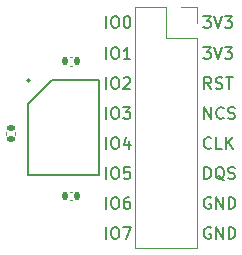
<source format=gbr>
%TF.GenerationSoftware,KiCad,Pcbnew,7.0.1-0*%
%TF.CreationDate,2023-05-08T09:26:49+02:00*%
%TF.ProjectId,KLST_SOIL,4b4c5354-5f53-44f4-994c-2e6b69636164,rev?*%
%TF.SameCoordinates,Original*%
%TF.FileFunction,Legend,Top*%
%TF.FilePolarity,Positive*%
%FSLAX46Y46*%
G04 Gerber Fmt 4.6, Leading zero omitted, Abs format (unit mm)*
G04 Created by KiCad (PCBNEW 7.0.1-0) date 2023-05-08 09:26:49*
%MOMM*%
%LPD*%
G01*
G04 APERTURE LIST*
G04 Aperture macros list*
%AMRoundRect*
0 Rectangle with rounded corners*
0 $1 Rounding radius*
0 $2 $3 $4 $5 $6 $7 $8 $9 X,Y pos of 4 corners*
0 Add a 4 corners polygon primitive as box body*
4,1,4,$2,$3,$4,$5,$6,$7,$8,$9,$2,$3,0*
0 Add four circle primitives for the rounded corners*
1,1,$1+$1,$2,$3*
1,1,$1+$1,$4,$5*
1,1,$1+$1,$6,$7*
1,1,$1+$1,$8,$9*
0 Add four rect primitives between the rounded corners*
20,1,$1+$1,$2,$3,$4,$5,0*
20,1,$1+$1,$4,$5,$6,$7,0*
20,1,$1+$1,$6,$7,$8,$9,0*
20,1,$1+$1,$8,$9,$2,$3,0*%
G04 Aperture macros list end*
%ADD10C,0.150000*%
%ADD11C,0.120000*%
%ADD12C,0.200000*%
%ADD13RoundRect,0.140000X0.140000X0.170000X-0.140000X0.170000X-0.140000X-0.170000X0.140000X-0.170000X0*%
%ADD14RoundRect,0.140000X-0.140000X-0.170000X0.140000X-0.170000X0.140000X0.170000X-0.140000X0.170000X0*%
%ADD15R,1.700000X1.700000*%
%ADD16O,1.700000X1.700000*%
%ADD17RoundRect,0.140000X0.170000X-0.140000X0.170000X0.140000X-0.170000X0.140000X-0.170000X-0.140000X0*%
%ADD18C,0.370000*%
G04 APERTURE END LIST*
D10*
X144002095Y-104348619D02*
X144002095Y-103348619D01*
X144002095Y-103348619D02*
X144240190Y-103348619D01*
X144240190Y-103348619D02*
X144383047Y-103396238D01*
X144383047Y-103396238D02*
X144478285Y-103491476D01*
X144478285Y-103491476D02*
X144525904Y-103586714D01*
X144525904Y-103586714D02*
X144573523Y-103777190D01*
X144573523Y-103777190D02*
X144573523Y-103920047D01*
X144573523Y-103920047D02*
X144525904Y-104110523D01*
X144525904Y-104110523D02*
X144478285Y-104205761D01*
X144478285Y-104205761D02*
X144383047Y-104301000D01*
X144383047Y-104301000D02*
X144240190Y-104348619D01*
X144240190Y-104348619D02*
X144002095Y-104348619D01*
X145668761Y-104443857D02*
X145573523Y-104396238D01*
X145573523Y-104396238D02*
X145478285Y-104301000D01*
X145478285Y-104301000D02*
X145335428Y-104158142D01*
X145335428Y-104158142D02*
X145240190Y-104110523D01*
X145240190Y-104110523D02*
X145144952Y-104110523D01*
X145192571Y-104348619D02*
X145097333Y-104301000D01*
X145097333Y-104301000D02*
X145002095Y-104205761D01*
X145002095Y-104205761D02*
X144954476Y-104015285D01*
X144954476Y-104015285D02*
X144954476Y-103681952D01*
X144954476Y-103681952D02*
X145002095Y-103491476D01*
X145002095Y-103491476D02*
X145097333Y-103396238D01*
X145097333Y-103396238D02*
X145192571Y-103348619D01*
X145192571Y-103348619D02*
X145383047Y-103348619D01*
X145383047Y-103348619D02*
X145478285Y-103396238D01*
X145478285Y-103396238D02*
X145573523Y-103491476D01*
X145573523Y-103491476D02*
X145621142Y-103681952D01*
X145621142Y-103681952D02*
X145621142Y-104015285D01*
X145621142Y-104015285D02*
X145573523Y-104205761D01*
X145573523Y-104205761D02*
X145478285Y-104301000D01*
X145478285Y-104301000D02*
X145383047Y-104348619D01*
X145383047Y-104348619D02*
X145192571Y-104348619D01*
X146002095Y-104301000D02*
X146144952Y-104348619D01*
X146144952Y-104348619D02*
X146383047Y-104348619D01*
X146383047Y-104348619D02*
X146478285Y-104301000D01*
X146478285Y-104301000D02*
X146525904Y-104253380D01*
X146525904Y-104253380D02*
X146573523Y-104158142D01*
X146573523Y-104158142D02*
X146573523Y-104062904D01*
X146573523Y-104062904D02*
X146525904Y-103967666D01*
X146525904Y-103967666D02*
X146478285Y-103920047D01*
X146478285Y-103920047D02*
X146383047Y-103872428D01*
X146383047Y-103872428D02*
X146192571Y-103824809D01*
X146192571Y-103824809D02*
X146097333Y-103777190D01*
X146097333Y-103777190D02*
X146049714Y-103729571D01*
X146049714Y-103729571D02*
X146002095Y-103634333D01*
X146002095Y-103634333D02*
X146002095Y-103539095D01*
X146002095Y-103539095D02*
X146049714Y-103443857D01*
X146049714Y-103443857D02*
X146097333Y-103396238D01*
X146097333Y-103396238D02*
X146192571Y-103348619D01*
X146192571Y-103348619D02*
X146430666Y-103348619D01*
X146430666Y-103348619D02*
X146573523Y-103396238D01*
X144002095Y-99268619D02*
X144002095Y-98268619D01*
X144002095Y-98268619D02*
X144573523Y-99268619D01*
X144573523Y-99268619D02*
X144573523Y-98268619D01*
X145621142Y-99173380D02*
X145573523Y-99221000D01*
X145573523Y-99221000D02*
X145430666Y-99268619D01*
X145430666Y-99268619D02*
X145335428Y-99268619D01*
X145335428Y-99268619D02*
X145192571Y-99221000D01*
X145192571Y-99221000D02*
X145097333Y-99125761D01*
X145097333Y-99125761D02*
X145049714Y-99030523D01*
X145049714Y-99030523D02*
X145002095Y-98840047D01*
X145002095Y-98840047D02*
X145002095Y-98697190D01*
X145002095Y-98697190D02*
X145049714Y-98506714D01*
X145049714Y-98506714D02*
X145097333Y-98411476D01*
X145097333Y-98411476D02*
X145192571Y-98316238D01*
X145192571Y-98316238D02*
X145335428Y-98268619D01*
X145335428Y-98268619D02*
X145430666Y-98268619D01*
X145430666Y-98268619D02*
X145573523Y-98316238D01*
X145573523Y-98316238D02*
X145621142Y-98363857D01*
X146002095Y-99221000D02*
X146144952Y-99268619D01*
X146144952Y-99268619D02*
X146383047Y-99268619D01*
X146383047Y-99268619D02*
X146478285Y-99221000D01*
X146478285Y-99221000D02*
X146525904Y-99173380D01*
X146525904Y-99173380D02*
X146573523Y-99078142D01*
X146573523Y-99078142D02*
X146573523Y-98982904D01*
X146573523Y-98982904D02*
X146525904Y-98887666D01*
X146525904Y-98887666D02*
X146478285Y-98840047D01*
X146478285Y-98840047D02*
X146383047Y-98792428D01*
X146383047Y-98792428D02*
X146192571Y-98744809D01*
X146192571Y-98744809D02*
X146097333Y-98697190D01*
X146097333Y-98697190D02*
X146049714Y-98649571D01*
X146049714Y-98649571D02*
X146002095Y-98554333D01*
X146002095Y-98554333D02*
X146002095Y-98459095D01*
X146002095Y-98459095D02*
X146049714Y-98363857D01*
X146049714Y-98363857D02*
X146097333Y-98316238D01*
X146097333Y-98316238D02*
X146192571Y-98268619D01*
X146192571Y-98268619D02*
X146430666Y-98268619D01*
X146430666Y-98268619D02*
X146573523Y-98316238D01*
X143906857Y-90562619D02*
X144525904Y-90562619D01*
X144525904Y-90562619D02*
X144192571Y-90943571D01*
X144192571Y-90943571D02*
X144335428Y-90943571D01*
X144335428Y-90943571D02*
X144430666Y-90991190D01*
X144430666Y-90991190D02*
X144478285Y-91038809D01*
X144478285Y-91038809D02*
X144525904Y-91134047D01*
X144525904Y-91134047D02*
X144525904Y-91372142D01*
X144525904Y-91372142D02*
X144478285Y-91467380D01*
X144478285Y-91467380D02*
X144430666Y-91515000D01*
X144430666Y-91515000D02*
X144335428Y-91562619D01*
X144335428Y-91562619D02*
X144049714Y-91562619D01*
X144049714Y-91562619D02*
X143954476Y-91515000D01*
X143954476Y-91515000D02*
X143906857Y-91467380D01*
X144811619Y-90562619D02*
X145144952Y-91562619D01*
X145144952Y-91562619D02*
X145478285Y-90562619D01*
X145716381Y-90562619D02*
X146335428Y-90562619D01*
X146335428Y-90562619D02*
X146002095Y-90943571D01*
X146002095Y-90943571D02*
X146144952Y-90943571D01*
X146144952Y-90943571D02*
X146240190Y-90991190D01*
X146240190Y-90991190D02*
X146287809Y-91038809D01*
X146287809Y-91038809D02*
X146335428Y-91134047D01*
X146335428Y-91134047D02*
X146335428Y-91372142D01*
X146335428Y-91372142D02*
X146287809Y-91467380D01*
X146287809Y-91467380D02*
X146240190Y-91515000D01*
X146240190Y-91515000D02*
X146144952Y-91562619D01*
X146144952Y-91562619D02*
X145859238Y-91562619D01*
X145859238Y-91562619D02*
X145764000Y-91515000D01*
X145764000Y-91515000D02*
X145716381Y-91467380D01*
X135683905Y-106888619D02*
X135683905Y-105888619D01*
X136350571Y-105888619D02*
X136541047Y-105888619D01*
X136541047Y-105888619D02*
X136636285Y-105936238D01*
X136636285Y-105936238D02*
X136731523Y-106031476D01*
X136731523Y-106031476D02*
X136779142Y-106221952D01*
X136779142Y-106221952D02*
X136779142Y-106555285D01*
X136779142Y-106555285D02*
X136731523Y-106745761D01*
X136731523Y-106745761D02*
X136636285Y-106841000D01*
X136636285Y-106841000D02*
X136541047Y-106888619D01*
X136541047Y-106888619D02*
X136350571Y-106888619D01*
X136350571Y-106888619D02*
X136255333Y-106841000D01*
X136255333Y-106841000D02*
X136160095Y-106745761D01*
X136160095Y-106745761D02*
X136112476Y-106555285D01*
X136112476Y-106555285D02*
X136112476Y-106221952D01*
X136112476Y-106221952D02*
X136160095Y-106031476D01*
X136160095Y-106031476D02*
X136255333Y-105936238D01*
X136255333Y-105936238D02*
X136350571Y-105888619D01*
X137636285Y-105888619D02*
X137445809Y-105888619D01*
X137445809Y-105888619D02*
X137350571Y-105936238D01*
X137350571Y-105936238D02*
X137302952Y-105983857D01*
X137302952Y-105983857D02*
X137207714Y-106126714D01*
X137207714Y-106126714D02*
X137160095Y-106317190D01*
X137160095Y-106317190D02*
X137160095Y-106698142D01*
X137160095Y-106698142D02*
X137207714Y-106793380D01*
X137207714Y-106793380D02*
X137255333Y-106841000D01*
X137255333Y-106841000D02*
X137350571Y-106888619D01*
X137350571Y-106888619D02*
X137541047Y-106888619D01*
X137541047Y-106888619D02*
X137636285Y-106841000D01*
X137636285Y-106841000D02*
X137683904Y-106793380D01*
X137683904Y-106793380D02*
X137731523Y-106698142D01*
X137731523Y-106698142D02*
X137731523Y-106460047D01*
X137731523Y-106460047D02*
X137683904Y-106364809D01*
X137683904Y-106364809D02*
X137636285Y-106317190D01*
X137636285Y-106317190D02*
X137541047Y-106269571D01*
X137541047Y-106269571D02*
X137350571Y-106269571D01*
X137350571Y-106269571D02*
X137255333Y-106317190D01*
X137255333Y-106317190D02*
X137207714Y-106364809D01*
X137207714Y-106364809D02*
X137160095Y-106460047D01*
X135683905Y-104348619D02*
X135683905Y-103348619D01*
X136350571Y-103348619D02*
X136541047Y-103348619D01*
X136541047Y-103348619D02*
X136636285Y-103396238D01*
X136636285Y-103396238D02*
X136731523Y-103491476D01*
X136731523Y-103491476D02*
X136779142Y-103681952D01*
X136779142Y-103681952D02*
X136779142Y-104015285D01*
X136779142Y-104015285D02*
X136731523Y-104205761D01*
X136731523Y-104205761D02*
X136636285Y-104301000D01*
X136636285Y-104301000D02*
X136541047Y-104348619D01*
X136541047Y-104348619D02*
X136350571Y-104348619D01*
X136350571Y-104348619D02*
X136255333Y-104301000D01*
X136255333Y-104301000D02*
X136160095Y-104205761D01*
X136160095Y-104205761D02*
X136112476Y-104015285D01*
X136112476Y-104015285D02*
X136112476Y-103681952D01*
X136112476Y-103681952D02*
X136160095Y-103491476D01*
X136160095Y-103491476D02*
X136255333Y-103396238D01*
X136255333Y-103396238D02*
X136350571Y-103348619D01*
X137683904Y-103348619D02*
X137207714Y-103348619D01*
X137207714Y-103348619D02*
X137160095Y-103824809D01*
X137160095Y-103824809D02*
X137207714Y-103777190D01*
X137207714Y-103777190D02*
X137302952Y-103729571D01*
X137302952Y-103729571D02*
X137541047Y-103729571D01*
X137541047Y-103729571D02*
X137636285Y-103777190D01*
X137636285Y-103777190D02*
X137683904Y-103824809D01*
X137683904Y-103824809D02*
X137731523Y-103920047D01*
X137731523Y-103920047D02*
X137731523Y-104158142D01*
X137731523Y-104158142D02*
X137683904Y-104253380D01*
X137683904Y-104253380D02*
X137636285Y-104301000D01*
X137636285Y-104301000D02*
X137541047Y-104348619D01*
X137541047Y-104348619D02*
X137302952Y-104348619D01*
X137302952Y-104348619D02*
X137207714Y-104301000D01*
X137207714Y-104301000D02*
X137160095Y-104253380D01*
X135683905Y-94188619D02*
X135683905Y-93188619D01*
X136350571Y-93188619D02*
X136541047Y-93188619D01*
X136541047Y-93188619D02*
X136636285Y-93236238D01*
X136636285Y-93236238D02*
X136731523Y-93331476D01*
X136731523Y-93331476D02*
X136779142Y-93521952D01*
X136779142Y-93521952D02*
X136779142Y-93855285D01*
X136779142Y-93855285D02*
X136731523Y-94045761D01*
X136731523Y-94045761D02*
X136636285Y-94141000D01*
X136636285Y-94141000D02*
X136541047Y-94188619D01*
X136541047Y-94188619D02*
X136350571Y-94188619D01*
X136350571Y-94188619D02*
X136255333Y-94141000D01*
X136255333Y-94141000D02*
X136160095Y-94045761D01*
X136160095Y-94045761D02*
X136112476Y-93855285D01*
X136112476Y-93855285D02*
X136112476Y-93521952D01*
X136112476Y-93521952D02*
X136160095Y-93331476D01*
X136160095Y-93331476D02*
X136255333Y-93236238D01*
X136255333Y-93236238D02*
X136350571Y-93188619D01*
X137731523Y-94188619D02*
X137160095Y-94188619D01*
X137445809Y-94188619D02*
X137445809Y-93188619D01*
X137445809Y-93188619D02*
X137350571Y-93331476D01*
X137350571Y-93331476D02*
X137255333Y-93426714D01*
X137255333Y-93426714D02*
X137160095Y-93474333D01*
X135683905Y-101808619D02*
X135683905Y-100808619D01*
X136350571Y-100808619D02*
X136541047Y-100808619D01*
X136541047Y-100808619D02*
X136636285Y-100856238D01*
X136636285Y-100856238D02*
X136731523Y-100951476D01*
X136731523Y-100951476D02*
X136779142Y-101141952D01*
X136779142Y-101141952D02*
X136779142Y-101475285D01*
X136779142Y-101475285D02*
X136731523Y-101665761D01*
X136731523Y-101665761D02*
X136636285Y-101761000D01*
X136636285Y-101761000D02*
X136541047Y-101808619D01*
X136541047Y-101808619D02*
X136350571Y-101808619D01*
X136350571Y-101808619D02*
X136255333Y-101761000D01*
X136255333Y-101761000D02*
X136160095Y-101665761D01*
X136160095Y-101665761D02*
X136112476Y-101475285D01*
X136112476Y-101475285D02*
X136112476Y-101141952D01*
X136112476Y-101141952D02*
X136160095Y-100951476D01*
X136160095Y-100951476D02*
X136255333Y-100856238D01*
X136255333Y-100856238D02*
X136350571Y-100808619D01*
X137636285Y-101141952D02*
X137636285Y-101808619D01*
X137398190Y-100761000D02*
X137160095Y-101475285D01*
X137160095Y-101475285D02*
X137779142Y-101475285D01*
X144573523Y-101713380D02*
X144525904Y-101761000D01*
X144525904Y-101761000D02*
X144383047Y-101808619D01*
X144383047Y-101808619D02*
X144287809Y-101808619D01*
X144287809Y-101808619D02*
X144144952Y-101761000D01*
X144144952Y-101761000D02*
X144049714Y-101665761D01*
X144049714Y-101665761D02*
X144002095Y-101570523D01*
X144002095Y-101570523D02*
X143954476Y-101380047D01*
X143954476Y-101380047D02*
X143954476Y-101237190D01*
X143954476Y-101237190D02*
X144002095Y-101046714D01*
X144002095Y-101046714D02*
X144049714Y-100951476D01*
X144049714Y-100951476D02*
X144144952Y-100856238D01*
X144144952Y-100856238D02*
X144287809Y-100808619D01*
X144287809Y-100808619D02*
X144383047Y-100808619D01*
X144383047Y-100808619D02*
X144525904Y-100856238D01*
X144525904Y-100856238D02*
X144573523Y-100903857D01*
X145478285Y-101808619D02*
X145002095Y-101808619D01*
X145002095Y-101808619D02*
X145002095Y-100808619D01*
X145811619Y-101808619D02*
X145811619Y-100808619D01*
X146383047Y-101808619D02*
X145954476Y-101237190D01*
X146383047Y-100808619D02*
X145811619Y-101380047D01*
X144573523Y-96728619D02*
X144240190Y-96252428D01*
X144002095Y-96728619D02*
X144002095Y-95728619D01*
X144002095Y-95728619D02*
X144383047Y-95728619D01*
X144383047Y-95728619D02*
X144478285Y-95776238D01*
X144478285Y-95776238D02*
X144525904Y-95823857D01*
X144525904Y-95823857D02*
X144573523Y-95919095D01*
X144573523Y-95919095D02*
X144573523Y-96061952D01*
X144573523Y-96061952D02*
X144525904Y-96157190D01*
X144525904Y-96157190D02*
X144478285Y-96204809D01*
X144478285Y-96204809D02*
X144383047Y-96252428D01*
X144383047Y-96252428D02*
X144002095Y-96252428D01*
X144954476Y-96681000D02*
X145097333Y-96728619D01*
X145097333Y-96728619D02*
X145335428Y-96728619D01*
X145335428Y-96728619D02*
X145430666Y-96681000D01*
X145430666Y-96681000D02*
X145478285Y-96633380D01*
X145478285Y-96633380D02*
X145525904Y-96538142D01*
X145525904Y-96538142D02*
X145525904Y-96442904D01*
X145525904Y-96442904D02*
X145478285Y-96347666D01*
X145478285Y-96347666D02*
X145430666Y-96300047D01*
X145430666Y-96300047D02*
X145335428Y-96252428D01*
X145335428Y-96252428D02*
X145144952Y-96204809D01*
X145144952Y-96204809D02*
X145049714Y-96157190D01*
X145049714Y-96157190D02*
X145002095Y-96109571D01*
X145002095Y-96109571D02*
X144954476Y-96014333D01*
X144954476Y-96014333D02*
X144954476Y-95919095D01*
X144954476Y-95919095D02*
X145002095Y-95823857D01*
X145002095Y-95823857D02*
X145049714Y-95776238D01*
X145049714Y-95776238D02*
X145144952Y-95728619D01*
X145144952Y-95728619D02*
X145383047Y-95728619D01*
X145383047Y-95728619D02*
X145525904Y-95776238D01*
X145811619Y-95728619D02*
X146383047Y-95728619D01*
X146097333Y-96728619D02*
X146097333Y-95728619D01*
X144525904Y-105936238D02*
X144430666Y-105888619D01*
X144430666Y-105888619D02*
X144287809Y-105888619D01*
X144287809Y-105888619D02*
X144144952Y-105936238D01*
X144144952Y-105936238D02*
X144049714Y-106031476D01*
X144049714Y-106031476D02*
X144002095Y-106126714D01*
X144002095Y-106126714D02*
X143954476Y-106317190D01*
X143954476Y-106317190D02*
X143954476Y-106460047D01*
X143954476Y-106460047D02*
X144002095Y-106650523D01*
X144002095Y-106650523D02*
X144049714Y-106745761D01*
X144049714Y-106745761D02*
X144144952Y-106841000D01*
X144144952Y-106841000D02*
X144287809Y-106888619D01*
X144287809Y-106888619D02*
X144383047Y-106888619D01*
X144383047Y-106888619D02*
X144525904Y-106841000D01*
X144525904Y-106841000D02*
X144573523Y-106793380D01*
X144573523Y-106793380D02*
X144573523Y-106460047D01*
X144573523Y-106460047D02*
X144383047Y-106460047D01*
X145002095Y-106888619D02*
X145002095Y-105888619D01*
X145002095Y-105888619D02*
X145573523Y-106888619D01*
X145573523Y-106888619D02*
X145573523Y-105888619D01*
X146049714Y-106888619D02*
X146049714Y-105888619D01*
X146049714Y-105888619D02*
X146287809Y-105888619D01*
X146287809Y-105888619D02*
X146430666Y-105936238D01*
X146430666Y-105936238D02*
X146525904Y-106031476D01*
X146525904Y-106031476D02*
X146573523Y-106126714D01*
X146573523Y-106126714D02*
X146621142Y-106317190D01*
X146621142Y-106317190D02*
X146621142Y-106460047D01*
X146621142Y-106460047D02*
X146573523Y-106650523D01*
X146573523Y-106650523D02*
X146525904Y-106745761D01*
X146525904Y-106745761D02*
X146430666Y-106841000D01*
X146430666Y-106841000D02*
X146287809Y-106888619D01*
X146287809Y-106888619D02*
X146049714Y-106888619D01*
X135683905Y-109428619D02*
X135683905Y-108428619D01*
X136350571Y-108428619D02*
X136541047Y-108428619D01*
X136541047Y-108428619D02*
X136636285Y-108476238D01*
X136636285Y-108476238D02*
X136731523Y-108571476D01*
X136731523Y-108571476D02*
X136779142Y-108761952D01*
X136779142Y-108761952D02*
X136779142Y-109095285D01*
X136779142Y-109095285D02*
X136731523Y-109285761D01*
X136731523Y-109285761D02*
X136636285Y-109381000D01*
X136636285Y-109381000D02*
X136541047Y-109428619D01*
X136541047Y-109428619D02*
X136350571Y-109428619D01*
X136350571Y-109428619D02*
X136255333Y-109381000D01*
X136255333Y-109381000D02*
X136160095Y-109285761D01*
X136160095Y-109285761D02*
X136112476Y-109095285D01*
X136112476Y-109095285D02*
X136112476Y-108761952D01*
X136112476Y-108761952D02*
X136160095Y-108571476D01*
X136160095Y-108571476D02*
X136255333Y-108476238D01*
X136255333Y-108476238D02*
X136350571Y-108428619D01*
X137112476Y-108428619D02*
X137779142Y-108428619D01*
X137779142Y-108428619D02*
X137350571Y-109428619D01*
X135683905Y-99268619D02*
X135683905Y-98268619D01*
X136350571Y-98268619D02*
X136541047Y-98268619D01*
X136541047Y-98268619D02*
X136636285Y-98316238D01*
X136636285Y-98316238D02*
X136731523Y-98411476D01*
X136731523Y-98411476D02*
X136779142Y-98601952D01*
X136779142Y-98601952D02*
X136779142Y-98935285D01*
X136779142Y-98935285D02*
X136731523Y-99125761D01*
X136731523Y-99125761D02*
X136636285Y-99221000D01*
X136636285Y-99221000D02*
X136541047Y-99268619D01*
X136541047Y-99268619D02*
X136350571Y-99268619D01*
X136350571Y-99268619D02*
X136255333Y-99221000D01*
X136255333Y-99221000D02*
X136160095Y-99125761D01*
X136160095Y-99125761D02*
X136112476Y-98935285D01*
X136112476Y-98935285D02*
X136112476Y-98601952D01*
X136112476Y-98601952D02*
X136160095Y-98411476D01*
X136160095Y-98411476D02*
X136255333Y-98316238D01*
X136255333Y-98316238D02*
X136350571Y-98268619D01*
X137112476Y-98268619D02*
X137731523Y-98268619D01*
X137731523Y-98268619D02*
X137398190Y-98649571D01*
X137398190Y-98649571D02*
X137541047Y-98649571D01*
X137541047Y-98649571D02*
X137636285Y-98697190D01*
X137636285Y-98697190D02*
X137683904Y-98744809D01*
X137683904Y-98744809D02*
X137731523Y-98840047D01*
X137731523Y-98840047D02*
X137731523Y-99078142D01*
X137731523Y-99078142D02*
X137683904Y-99173380D01*
X137683904Y-99173380D02*
X137636285Y-99221000D01*
X137636285Y-99221000D02*
X137541047Y-99268619D01*
X137541047Y-99268619D02*
X137255333Y-99268619D01*
X137255333Y-99268619D02*
X137160095Y-99221000D01*
X137160095Y-99221000D02*
X137112476Y-99173380D01*
X143906857Y-93188619D02*
X144525904Y-93188619D01*
X144525904Y-93188619D02*
X144192571Y-93569571D01*
X144192571Y-93569571D02*
X144335428Y-93569571D01*
X144335428Y-93569571D02*
X144430666Y-93617190D01*
X144430666Y-93617190D02*
X144478285Y-93664809D01*
X144478285Y-93664809D02*
X144525904Y-93760047D01*
X144525904Y-93760047D02*
X144525904Y-93998142D01*
X144525904Y-93998142D02*
X144478285Y-94093380D01*
X144478285Y-94093380D02*
X144430666Y-94141000D01*
X144430666Y-94141000D02*
X144335428Y-94188619D01*
X144335428Y-94188619D02*
X144049714Y-94188619D01*
X144049714Y-94188619D02*
X143954476Y-94141000D01*
X143954476Y-94141000D02*
X143906857Y-94093380D01*
X144811619Y-93188619D02*
X145144952Y-94188619D01*
X145144952Y-94188619D02*
X145478285Y-93188619D01*
X145716381Y-93188619D02*
X146335428Y-93188619D01*
X146335428Y-93188619D02*
X146002095Y-93569571D01*
X146002095Y-93569571D02*
X146144952Y-93569571D01*
X146144952Y-93569571D02*
X146240190Y-93617190D01*
X146240190Y-93617190D02*
X146287809Y-93664809D01*
X146287809Y-93664809D02*
X146335428Y-93760047D01*
X146335428Y-93760047D02*
X146335428Y-93998142D01*
X146335428Y-93998142D02*
X146287809Y-94093380D01*
X146287809Y-94093380D02*
X146240190Y-94141000D01*
X146240190Y-94141000D02*
X146144952Y-94188619D01*
X146144952Y-94188619D02*
X145859238Y-94188619D01*
X145859238Y-94188619D02*
X145764000Y-94141000D01*
X145764000Y-94141000D02*
X145716381Y-94093380D01*
X135683905Y-91562619D02*
X135683905Y-90562619D01*
X136350571Y-90562619D02*
X136541047Y-90562619D01*
X136541047Y-90562619D02*
X136636285Y-90610238D01*
X136636285Y-90610238D02*
X136731523Y-90705476D01*
X136731523Y-90705476D02*
X136779142Y-90895952D01*
X136779142Y-90895952D02*
X136779142Y-91229285D01*
X136779142Y-91229285D02*
X136731523Y-91419761D01*
X136731523Y-91419761D02*
X136636285Y-91515000D01*
X136636285Y-91515000D02*
X136541047Y-91562619D01*
X136541047Y-91562619D02*
X136350571Y-91562619D01*
X136350571Y-91562619D02*
X136255333Y-91515000D01*
X136255333Y-91515000D02*
X136160095Y-91419761D01*
X136160095Y-91419761D02*
X136112476Y-91229285D01*
X136112476Y-91229285D02*
X136112476Y-90895952D01*
X136112476Y-90895952D02*
X136160095Y-90705476D01*
X136160095Y-90705476D02*
X136255333Y-90610238D01*
X136255333Y-90610238D02*
X136350571Y-90562619D01*
X137398190Y-90562619D02*
X137493428Y-90562619D01*
X137493428Y-90562619D02*
X137588666Y-90610238D01*
X137588666Y-90610238D02*
X137636285Y-90657857D01*
X137636285Y-90657857D02*
X137683904Y-90753095D01*
X137683904Y-90753095D02*
X137731523Y-90943571D01*
X137731523Y-90943571D02*
X137731523Y-91181666D01*
X137731523Y-91181666D02*
X137683904Y-91372142D01*
X137683904Y-91372142D02*
X137636285Y-91467380D01*
X137636285Y-91467380D02*
X137588666Y-91515000D01*
X137588666Y-91515000D02*
X137493428Y-91562619D01*
X137493428Y-91562619D02*
X137398190Y-91562619D01*
X137398190Y-91562619D02*
X137302952Y-91515000D01*
X137302952Y-91515000D02*
X137255333Y-91467380D01*
X137255333Y-91467380D02*
X137207714Y-91372142D01*
X137207714Y-91372142D02*
X137160095Y-91181666D01*
X137160095Y-91181666D02*
X137160095Y-90943571D01*
X137160095Y-90943571D02*
X137207714Y-90753095D01*
X137207714Y-90753095D02*
X137255333Y-90657857D01*
X137255333Y-90657857D02*
X137302952Y-90610238D01*
X137302952Y-90610238D02*
X137398190Y-90562619D01*
X144525904Y-108476238D02*
X144430666Y-108428619D01*
X144430666Y-108428619D02*
X144287809Y-108428619D01*
X144287809Y-108428619D02*
X144144952Y-108476238D01*
X144144952Y-108476238D02*
X144049714Y-108571476D01*
X144049714Y-108571476D02*
X144002095Y-108666714D01*
X144002095Y-108666714D02*
X143954476Y-108857190D01*
X143954476Y-108857190D02*
X143954476Y-109000047D01*
X143954476Y-109000047D02*
X144002095Y-109190523D01*
X144002095Y-109190523D02*
X144049714Y-109285761D01*
X144049714Y-109285761D02*
X144144952Y-109381000D01*
X144144952Y-109381000D02*
X144287809Y-109428619D01*
X144287809Y-109428619D02*
X144383047Y-109428619D01*
X144383047Y-109428619D02*
X144525904Y-109381000D01*
X144525904Y-109381000D02*
X144573523Y-109333380D01*
X144573523Y-109333380D02*
X144573523Y-109000047D01*
X144573523Y-109000047D02*
X144383047Y-109000047D01*
X145002095Y-109428619D02*
X145002095Y-108428619D01*
X145002095Y-108428619D02*
X145573523Y-109428619D01*
X145573523Y-109428619D02*
X145573523Y-108428619D01*
X146049714Y-109428619D02*
X146049714Y-108428619D01*
X146049714Y-108428619D02*
X146287809Y-108428619D01*
X146287809Y-108428619D02*
X146430666Y-108476238D01*
X146430666Y-108476238D02*
X146525904Y-108571476D01*
X146525904Y-108571476D02*
X146573523Y-108666714D01*
X146573523Y-108666714D02*
X146621142Y-108857190D01*
X146621142Y-108857190D02*
X146621142Y-109000047D01*
X146621142Y-109000047D02*
X146573523Y-109190523D01*
X146573523Y-109190523D02*
X146525904Y-109285761D01*
X146525904Y-109285761D02*
X146430666Y-109381000D01*
X146430666Y-109381000D02*
X146287809Y-109428619D01*
X146287809Y-109428619D02*
X146049714Y-109428619D01*
X135683905Y-96728619D02*
X135683905Y-95728619D01*
X136350571Y-95728619D02*
X136541047Y-95728619D01*
X136541047Y-95728619D02*
X136636285Y-95776238D01*
X136636285Y-95776238D02*
X136731523Y-95871476D01*
X136731523Y-95871476D02*
X136779142Y-96061952D01*
X136779142Y-96061952D02*
X136779142Y-96395285D01*
X136779142Y-96395285D02*
X136731523Y-96585761D01*
X136731523Y-96585761D02*
X136636285Y-96681000D01*
X136636285Y-96681000D02*
X136541047Y-96728619D01*
X136541047Y-96728619D02*
X136350571Y-96728619D01*
X136350571Y-96728619D02*
X136255333Y-96681000D01*
X136255333Y-96681000D02*
X136160095Y-96585761D01*
X136160095Y-96585761D02*
X136112476Y-96395285D01*
X136112476Y-96395285D02*
X136112476Y-96061952D01*
X136112476Y-96061952D02*
X136160095Y-95871476D01*
X136160095Y-95871476D02*
X136255333Y-95776238D01*
X136255333Y-95776238D02*
X136350571Y-95728619D01*
X137160095Y-95823857D02*
X137207714Y-95776238D01*
X137207714Y-95776238D02*
X137302952Y-95728619D01*
X137302952Y-95728619D02*
X137541047Y-95728619D01*
X137541047Y-95728619D02*
X137636285Y-95776238D01*
X137636285Y-95776238D02*
X137683904Y-95823857D01*
X137683904Y-95823857D02*
X137731523Y-95919095D01*
X137731523Y-95919095D02*
X137731523Y-96014333D01*
X137731523Y-96014333D02*
X137683904Y-96157190D01*
X137683904Y-96157190D02*
X137112476Y-96728619D01*
X137112476Y-96728619D02*
X137731523Y-96728619D01*
D11*
%TO.C,C1*%
X132807836Y-94760000D02*
X132592164Y-94760000D01*
X132807836Y-94040000D02*
X132592164Y-94040000D01*
%TO.C,C3*%
X132592164Y-105440000D02*
X132807836Y-105440000D01*
X132592164Y-106160000D02*
X132807836Y-106160000D01*
%TO.C,J1*%
X138130000Y-89770000D02*
X138130000Y-110210000D01*
X138130000Y-89770000D02*
X140730000Y-89770000D01*
X138130000Y-110210000D02*
X143330000Y-110210000D01*
X140730000Y-89770000D02*
X140730000Y-92370000D01*
X140730000Y-92370000D02*
X143330000Y-92370000D01*
X142000000Y-89770000D02*
X143330000Y-89770000D01*
X143330000Y-89770000D02*
X143330000Y-91100000D01*
X143330000Y-92370000D02*
X143330000Y-110210000D01*
%TO.C,C2*%
X127240000Y-100607836D02*
X127240000Y-100392164D01*
X127960000Y-100607836D02*
X127960000Y-100392164D01*
D12*
%TO.C,U2*%
X129100000Y-98000000D02*
X131100000Y-96000000D01*
X129100000Y-104000000D02*
X129100000Y-98000000D01*
X131100000Y-96000000D02*
X135100000Y-96000000D01*
X135100000Y-96000000D02*
X135100000Y-104000000D01*
X135100000Y-104000000D02*
X129100000Y-104000000D01*
X129200000Y-96000000D02*
G75*
G03*
X129200000Y-96000000I-100000J0D01*
G01*
%TD*%
%LPC*%
D13*
%TO.C,C1*%
X133180000Y-94400000D03*
X132220000Y-94400000D03*
%TD*%
D14*
%TO.C,C3*%
X132220000Y-105800000D03*
X133180000Y-105800000D03*
%TD*%
D15*
%TO.C,J1*%
X142000000Y-91100000D03*
D16*
X139460000Y-91100000D03*
X142000000Y-93640000D03*
X139460000Y-93640000D03*
X142000000Y-96180000D03*
X139460000Y-96180000D03*
X142000000Y-98720000D03*
X139460000Y-98720000D03*
X142000000Y-101260000D03*
X139460000Y-101260000D03*
X142000000Y-103800000D03*
X139460000Y-103800000D03*
X142000000Y-106340000D03*
X139460000Y-106340000D03*
X142000000Y-108880000D03*
X139460000Y-108880000D03*
%TD*%
D17*
%TO.C,C2*%
X127600000Y-100980000D03*
X127600000Y-100020000D03*
%TD*%
D18*
%TO.C,U2*%
X131100000Y-98000000D03*
X132100000Y-98000000D03*
X133100000Y-98000000D03*
X134100000Y-98000000D03*
X130100000Y-99000000D03*
X131100000Y-99000000D03*
X132100000Y-99000000D03*
X133100000Y-99000000D03*
X134100000Y-99000000D03*
X130100000Y-100000000D03*
X131100000Y-100000000D03*
X132100000Y-100000000D03*
X133100000Y-100000000D03*
X134100000Y-100000000D03*
X130100000Y-101000000D03*
X131100000Y-101000000D03*
X132100000Y-101000000D03*
X133100000Y-101000000D03*
X134100000Y-101000000D03*
X130100000Y-102000000D03*
X131100000Y-102000000D03*
X132100000Y-102000000D03*
X133100000Y-102000000D03*
X134100000Y-102000000D03*
%TD*%
M02*

</source>
